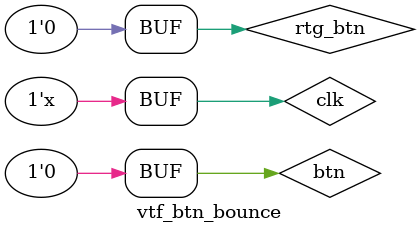
<source format=v>
`timescale 1ns / 1ps

module vtf_btn_bounce;

	// Inputs
	reg clk;
	reg btn;
	reg rtg_btn;

	// Outputs
	reg run_flag = 0;
	wire btn_output_state;

	// Instantiate the Unit Under Test (UUT)
	btn_debounce uut (
		.clk(clk), 
		.btn(btn), 
		.rtg_btn(rtg_btn), 
		.btn_output_state(btn_output_state)
	);

	initial begin
		// Initialize Inputs
		clk = 0;
		btn = 0;
		rtg_btn = 0;
		
		#86214 
		btn <= ~btn;
		#86214
		btn <= ~btn;
		#86214
		btn <= ~btn;
		#86214
		btn <= ~btn;
		#86214
		btn <= ~btn;
		#86214
		btn <= ~btn;
		#86214
		btn <= ~btn;
		#86214
		btn <= 1;
		#1310720
		btn <= 0;
	end
	
	//clk
	always #5
		clk <= ~clk;
		
	always #262144
		rtg_btn <= 1;
		
	always #262144 begin
		#5
		rtg_btn <= 0;
	end
	
	always @ (posedge clk)
		if (btn_output_state)
			run_flag <= 1;
	
endmodule


</source>
